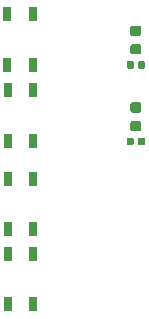
<source format=gbr>
G04 #@! TF.GenerationSoftware,KiCad,Pcbnew,(5.1.4)-1*
G04 #@! TF.CreationDate,2022-11-05T06:08:51+01:00*
G04 #@! TF.ProjectId,REG1-Front-Universal,52454731-2d46-4726-9f6e-742d556e6976,V00.01*
G04 #@! TF.SameCoordinates,Original*
G04 #@! TF.FileFunction,Paste,Top*
G04 #@! TF.FilePolarity,Positive*
%FSLAX46Y46*%
G04 Gerber Fmt 4.6, Leading zero omitted, Abs format (unit mm)*
G04 Created by KiCad (PCBNEW (5.1.4)-1) date 2022-11-05 06:08:51*
%MOMM*%
%LPD*%
G04 APERTURE LIST*
%ADD10C,0.100000*%
%ADD11C,0.875000*%
%ADD12R,0.650000X1.200000*%
%ADD13C,0.590000*%
G04 APERTURE END LIST*
D10*
G36*
X111777691Y-116526053D02*
G01*
X111798926Y-116529203D01*
X111819750Y-116534419D01*
X111839962Y-116541651D01*
X111859368Y-116550830D01*
X111877781Y-116561866D01*
X111895024Y-116574654D01*
X111910930Y-116589070D01*
X111925346Y-116604976D01*
X111938134Y-116622219D01*
X111949170Y-116640632D01*
X111958349Y-116660038D01*
X111965581Y-116680250D01*
X111970797Y-116701074D01*
X111973947Y-116722309D01*
X111975000Y-116743750D01*
X111975000Y-117181250D01*
X111973947Y-117202691D01*
X111970797Y-117223926D01*
X111965581Y-117244750D01*
X111958349Y-117264962D01*
X111949170Y-117284368D01*
X111938134Y-117302781D01*
X111925346Y-117320024D01*
X111910930Y-117335930D01*
X111895024Y-117350346D01*
X111877781Y-117363134D01*
X111859368Y-117374170D01*
X111839962Y-117383349D01*
X111819750Y-117390581D01*
X111798926Y-117395797D01*
X111777691Y-117398947D01*
X111756250Y-117400000D01*
X111243750Y-117400000D01*
X111222309Y-117398947D01*
X111201074Y-117395797D01*
X111180250Y-117390581D01*
X111160038Y-117383349D01*
X111140632Y-117374170D01*
X111122219Y-117363134D01*
X111104976Y-117350346D01*
X111089070Y-117335930D01*
X111074654Y-117320024D01*
X111061866Y-117302781D01*
X111050830Y-117284368D01*
X111041651Y-117264962D01*
X111034419Y-117244750D01*
X111029203Y-117223926D01*
X111026053Y-117202691D01*
X111025000Y-117181250D01*
X111025000Y-116743750D01*
X111026053Y-116722309D01*
X111029203Y-116701074D01*
X111034419Y-116680250D01*
X111041651Y-116660038D01*
X111050830Y-116640632D01*
X111061866Y-116622219D01*
X111074654Y-116604976D01*
X111089070Y-116589070D01*
X111104976Y-116574654D01*
X111122219Y-116561866D01*
X111140632Y-116550830D01*
X111160038Y-116541651D01*
X111180250Y-116534419D01*
X111201074Y-116529203D01*
X111222309Y-116526053D01*
X111243750Y-116525000D01*
X111756250Y-116525000D01*
X111777691Y-116526053D01*
X111777691Y-116526053D01*
G37*
D11*
X111500000Y-116962500D03*
D10*
G36*
X111777691Y-118101053D02*
G01*
X111798926Y-118104203D01*
X111819750Y-118109419D01*
X111839962Y-118116651D01*
X111859368Y-118125830D01*
X111877781Y-118136866D01*
X111895024Y-118149654D01*
X111910930Y-118164070D01*
X111925346Y-118179976D01*
X111938134Y-118197219D01*
X111949170Y-118215632D01*
X111958349Y-118235038D01*
X111965581Y-118255250D01*
X111970797Y-118276074D01*
X111973947Y-118297309D01*
X111975000Y-118318750D01*
X111975000Y-118756250D01*
X111973947Y-118777691D01*
X111970797Y-118798926D01*
X111965581Y-118819750D01*
X111958349Y-118839962D01*
X111949170Y-118859368D01*
X111938134Y-118877781D01*
X111925346Y-118895024D01*
X111910930Y-118910930D01*
X111895024Y-118925346D01*
X111877781Y-118938134D01*
X111859368Y-118949170D01*
X111839962Y-118958349D01*
X111819750Y-118965581D01*
X111798926Y-118970797D01*
X111777691Y-118973947D01*
X111756250Y-118975000D01*
X111243750Y-118975000D01*
X111222309Y-118973947D01*
X111201074Y-118970797D01*
X111180250Y-118965581D01*
X111160038Y-118958349D01*
X111140632Y-118949170D01*
X111122219Y-118938134D01*
X111104976Y-118925346D01*
X111089070Y-118910930D01*
X111074654Y-118895024D01*
X111061866Y-118877781D01*
X111050830Y-118859368D01*
X111041651Y-118839962D01*
X111034419Y-118819750D01*
X111029203Y-118798926D01*
X111026053Y-118777691D01*
X111025000Y-118756250D01*
X111025000Y-118318750D01*
X111026053Y-118297309D01*
X111029203Y-118276074D01*
X111034419Y-118255250D01*
X111041651Y-118235038D01*
X111050830Y-118215632D01*
X111061866Y-118197219D01*
X111074654Y-118179976D01*
X111089070Y-118164070D01*
X111104976Y-118149654D01*
X111122219Y-118136866D01*
X111140632Y-118125830D01*
X111160038Y-118116651D01*
X111180250Y-118109419D01*
X111201074Y-118104203D01*
X111222309Y-118101053D01*
X111243750Y-118100000D01*
X111756250Y-118100000D01*
X111777691Y-118101053D01*
X111777691Y-118101053D01*
G37*
D11*
X111500000Y-118537500D03*
D10*
G36*
X111777691Y-123026053D02*
G01*
X111798926Y-123029203D01*
X111819750Y-123034419D01*
X111839962Y-123041651D01*
X111859368Y-123050830D01*
X111877781Y-123061866D01*
X111895024Y-123074654D01*
X111910930Y-123089070D01*
X111925346Y-123104976D01*
X111938134Y-123122219D01*
X111949170Y-123140632D01*
X111958349Y-123160038D01*
X111965581Y-123180250D01*
X111970797Y-123201074D01*
X111973947Y-123222309D01*
X111975000Y-123243750D01*
X111975000Y-123681250D01*
X111973947Y-123702691D01*
X111970797Y-123723926D01*
X111965581Y-123744750D01*
X111958349Y-123764962D01*
X111949170Y-123784368D01*
X111938134Y-123802781D01*
X111925346Y-123820024D01*
X111910930Y-123835930D01*
X111895024Y-123850346D01*
X111877781Y-123863134D01*
X111859368Y-123874170D01*
X111839962Y-123883349D01*
X111819750Y-123890581D01*
X111798926Y-123895797D01*
X111777691Y-123898947D01*
X111756250Y-123900000D01*
X111243750Y-123900000D01*
X111222309Y-123898947D01*
X111201074Y-123895797D01*
X111180250Y-123890581D01*
X111160038Y-123883349D01*
X111140632Y-123874170D01*
X111122219Y-123863134D01*
X111104976Y-123850346D01*
X111089070Y-123835930D01*
X111074654Y-123820024D01*
X111061866Y-123802781D01*
X111050830Y-123784368D01*
X111041651Y-123764962D01*
X111034419Y-123744750D01*
X111029203Y-123723926D01*
X111026053Y-123702691D01*
X111025000Y-123681250D01*
X111025000Y-123243750D01*
X111026053Y-123222309D01*
X111029203Y-123201074D01*
X111034419Y-123180250D01*
X111041651Y-123160038D01*
X111050830Y-123140632D01*
X111061866Y-123122219D01*
X111074654Y-123104976D01*
X111089070Y-123089070D01*
X111104976Y-123074654D01*
X111122219Y-123061866D01*
X111140632Y-123050830D01*
X111160038Y-123041651D01*
X111180250Y-123034419D01*
X111201074Y-123029203D01*
X111222309Y-123026053D01*
X111243750Y-123025000D01*
X111756250Y-123025000D01*
X111777691Y-123026053D01*
X111777691Y-123026053D01*
G37*
D11*
X111500000Y-123462500D03*
D10*
G36*
X111777691Y-124601053D02*
G01*
X111798926Y-124604203D01*
X111819750Y-124609419D01*
X111839962Y-124616651D01*
X111859368Y-124625830D01*
X111877781Y-124636866D01*
X111895024Y-124649654D01*
X111910930Y-124664070D01*
X111925346Y-124679976D01*
X111938134Y-124697219D01*
X111949170Y-124715632D01*
X111958349Y-124735038D01*
X111965581Y-124755250D01*
X111970797Y-124776074D01*
X111973947Y-124797309D01*
X111975000Y-124818750D01*
X111975000Y-125256250D01*
X111973947Y-125277691D01*
X111970797Y-125298926D01*
X111965581Y-125319750D01*
X111958349Y-125339962D01*
X111949170Y-125359368D01*
X111938134Y-125377781D01*
X111925346Y-125395024D01*
X111910930Y-125410930D01*
X111895024Y-125425346D01*
X111877781Y-125438134D01*
X111859368Y-125449170D01*
X111839962Y-125458349D01*
X111819750Y-125465581D01*
X111798926Y-125470797D01*
X111777691Y-125473947D01*
X111756250Y-125475000D01*
X111243750Y-125475000D01*
X111222309Y-125473947D01*
X111201074Y-125470797D01*
X111180250Y-125465581D01*
X111160038Y-125458349D01*
X111140632Y-125449170D01*
X111122219Y-125438134D01*
X111104976Y-125425346D01*
X111089070Y-125410930D01*
X111074654Y-125395024D01*
X111061866Y-125377781D01*
X111050830Y-125359368D01*
X111041651Y-125339962D01*
X111034419Y-125319750D01*
X111029203Y-125298926D01*
X111026053Y-125277691D01*
X111025000Y-125256250D01*
X111025000Y-124818750D01*
X111026053Y-124797309D01*
X111029203Y-124776074D01*
X111034419Y-124755250D01*
X111041651Y-124735038D01*
X111050830Y-124715632D01*
X111061866Y-124697219D01*
X111074654Y-124679976D01*
X111089070Y-124664070D01*
X111104976Y-124649654D01*
X111122219Y-124636866D01*
X111140632Y-124625830D01*
X111160038Y-124616651D01*
X111180250Y-124609419D01*
X111201074Y-124604203D01*
X111222309Y-124601053D01*
X111243750Y-124600000D01*
X111756250Y-124600000D01*
X111777691Y-124601053D01*
X111777691Y-124601053D01*
G37*
D11*
X111500000Y-125037500D03*
D12*
X100650000Y-135825000D03*
X102800000Y-135825000D03*
X100650000Y-140125000D03*
X102800000Y-140125000D03*
X100645000Y-129480000D03*
X102795000Y-129480000D03*
X100645000Y-133780000D03*
X102795000Y-133780000D03*
X100635000Y-122010000D03*
X102785000Y-122010000D03*
X100635000Y-126310000D03*
X102785000Y-126310000D03*
D10*
G36*
X111176958Y-126030710D02*
G01*
X111191276Y-126032834D01*
X111205317Y-126036351D01*
X111218946Y-126041228D01*
X111232031Y-126047417D01*
X111244447Y-126054858D01*
X111256073Y-126063481D01*
X111266798Y-126073202D01*
X111276519Y-126083927D01*
X111285142Y-126095553D01*
X111292583Y-126107969D01*
X111298772Y-126121054D01*
X111303649Y-126134683D01*
X111307166Y-126148724D01*
X111309290Y-126163042D01*
X111310000Y-126177500D01*
X111310000Y-126522500D01*
X111309290Y-126536958D01*
X111307166Y-126551276D01*
X111303649Y-126565317D01*
X111298772Y-126578946D01*
X111292583Y-126592031D01*
X111285142Y-126604447D01*
X111276519Y-126616073D01*
X111266798Y-126626798D01*
X111256073Y-126636519D01*
X111244447Y-126645142D01*
X111232031Y-126652583D01*
X111218946Y-126658772D01*
X111205317Y-126663649D01*
X111191276Y-126667166D01*
X111176958Y-126669290D01*
X111162500Y-126670000D01*
X110867500Y-126670000D01*
X110853042Y-126669290D01*
X110838724Y-126667166D01*
X110824683Y-126663649D01*
X110811054Y-126658772D01*
X110797969Y-126652583D01*
X110785553Y-126645142D01*
X110773927Y-126636519D01*
X110763202Y-126626798D01*
X110753481Y-126616073D01*
X110744858Y-126604447D01*
X110737417Y-126592031D01*
X110731228Y-126578946D01*
X110726351Y-126565317D01*
X110722834Y-126551276D01*
X110720710Y-126536958D01*
X110720000Y-126522500D01*
X110720000Y-126177500D01*
X110720710Y-126163042D01*
X110722834Y-126148724D01*
X110726351Y-126134683D01*
X110731228Y-126121054D01*
X110737417Y-126107969D01*
X110744858Y-126095553D01*
X110753481Y-126083927D01*
X110763202Y-126073202D01*
X110773927Y-126063481D01*
X110785553Y-126054858D01*
X110797969Y-126047417D01*
X110811054Y-126041228D01*
X110824683Y-126036351D01*
X110838724Y-126032834D01*
X110853042Y-126030710D01*
X110867500Y-126030000D01*
X111162500Y-126030000D01*
X111176958Y-126030710D01*
X111176958Y-126030710D01*
G37*
D13*
X111015000Y-126350000D03*
D10*
G36*
X112146958Y-126030710D02*
G01*
X112161276Y-126032834D01*
X112175317Y-126036351D01*
X112188946Y-126041228D01*
X112202031Y-126047417D01*
X112214447Y-126054858D01*
X112226073Y-126063481D01*
X112236798Y-126073202D01*
X112246519Y-126083927D01*
X112255142Y-126095553D01*
X112262583Y-126107969D01*
X112268772Y-126121054D01*
X112273649Y-126134683D01*
X112277166Y-126148724D01*
X112279290Y-126163042D01*
X112280000Y-126177500D01*
X112280000Y-126522500D01*
X112279290Y-126536958D01*
X112277166Y-126551276D01*
X112273649Y-126565317D01*
X112268772Y-126578946D01*
X112262583Y-126592031D01*
X112255142Y-126604447D01*
X112246519Y-126616073D01*
X112236798Y-126626798D01*
X112226073Y-126636519D01*
X112214447Y-126645142D01*
X112202031Y-126652583D01*
X112188946Y-126658772D01*
X112175317Y-126663649D01*
X112161276Y-126667166D01*
X112146958Y-126669290D01*
X112132500Y-126670000D01*
X111837500Y-126670000D01*
X111823042Y-126669290D01*
X111808724Y-126667166D01*
X111794683Y-126663649D01*
X111781054Y-126658772D01*
X111767969Y-126652583D01*
X111755553Y-126645142D01*
X111743927Y-126636519D01*
X111733202Y-126626798D01*
X111723481Y-126616073D01*
X111714858Y-126604447D01*
X111707417Y-126592031D01*
X111701228Y-126578946D01*
X111696351Y-126565317D01*
X111692834Y-126551276D01*
X111690710Y-126536958D01*
X111690000Y-126522500D01*
X111690000Y-126177500D01*
X111690710Y-126163042D01*
X111692834Y-126148724D01*
X111696351Y-126134683D01*
X111701228Y-126121054D01*
X111707417Y-126107969D01*
X111714858Y-126095553D01*
X111723481Y-126083927D01*
X111733202Y-126073202D01*
X111743927Y-126063481D01*
X111755553Y-126054858D01*
X111767969Y-126047417D01*
X111781054Y-126041228D01*
X111794683Y-126036351D01*
X111808724Y-126032834D01*
X111823042Y-126030710D01*
X111837500Y-126030000D01*
X112132500Y-126030000D01*
X112146958Y-126030710D01*
X112146958Y-126030710D01*
G37*
D13*
X111985000Y-126350000D03*
D10*
G36*
X111176958Y-119530710D02*
G01*
X111191276Y-119532834D01*
X111205317Y-119536351D01*
X111218946Y-119541228D01*
X111232031Y-119547417D01*
X111244447Y-119554858D01*
X111256073Y-119563481D01*
X111266798Y-119573202D01*
X111276519Y-119583927D01*
X111285142Y-119595553D01*
X111292583Y-119607969D01*
X111298772Y-119621054D01*
X111303649Y-119634683D01*
X111307166Y-119648724D01*
X111309290Y-119663042D01*
X111310000Y-119677500D01*
X111310000Y-120022500D01*
X111309290Y-120036958D01*
X111307166Y-120051276D01*
X111303649Y-120065317D01*
X111298772Y-120078946D01*
X111292583Y-120092031D01*
X111285142Y-120104447D01*
X111276519Y-120116073D01*
X111266798Y-120126798D01*
X111256073Y-120136519D01*
X111244447Y-120145142D01*
X111232031Y-120152583D01*
X111218946Y-120158772D01*
X111205317Y-120163649D01*
X111191276Y-120167166D01*
X111176958Y-120169290D01*
X111162500Y-120170000D01*
X110867500Y-120170000D01*
X110853042Y-120169290D01*
X110838724Y-120167166D01*
X110824683Y-120163649D01*
X110811054Y-120158772D01*
X110797969Y-120152583D01*
X110785553Y-120145142D01*
X110773927Y-120136519D01*
X110763202Y-120126798D01*
X110753481Y-120116073D01*
X110744858Y-120104447D01*
X110737417Y-120092031D01*
X110731228Y-120078946D01*
X110726351Y-120065317D01*
X110722834Y-120051276D01*
X110720710Y-120036958D01*
X110720000Y-120022500D01*
X110720000Y-119677500D01*
X110720710Y-119663042D01*
X110722834Y-119648724D01*
X110726351Y-119634683D01*
X110731228Y-119621054D01*
X110737417Y-119607969D01*
X110744858Y-119595553D01*
X110753481Y-119583927D01*
X110763202Y-119573202D01*
X110773927Y-119563481D01*
X110785553Y-119554858D01*
X110797969Y-119547417D01*
X110811054Y-119541228D01*
X110824683Y-119536351D01*
X110838724Y-119532834D01*
X110853042Y-119530710D01*
X110867500Y-119530000D01*
X111162500Y-119530000D01*
X111176958Y-119530710D01*
X111176958Y-119530710D01*
G37*
D13*
X111015000Y-119850000D03*
D10*
G36*
X112146958Y-119530710D02*
G01*
X112161276Y-119532834D01*
X112175317Y-119536351D01*
X112188946Y-119541228D01*
X112202031Y-119547417D01*
X112214447Y-119554858D01*
X112226073Y-119563481D01*
X112236798Y-119573202D01*
X112246519Y-119583927D01*
X112255142Y-119595553D01*
X112262583Y-119607969D01*
X112268772Y-119621054D01*
X112273649Y-119634683D01*
X112277166Y-119648724D01*
X112279290Y-119663042D01*
X112280000Y-119677500D01*
X112280000Y-120022500D01*
X112279290Y-120036958D01*
X112277166Y-120051276D01*
X112273649Y-120065317D01*
X112268772Y-120078946D01*
X112262583Y-120092031D01*
X112255142Y-120104447D01*
X112246519Y-120116073D01*
X112236798Y-120126798D01*
X112226073Y-120136519D01*
X112214447Y-120145142D01*
X112202031Y-120152583D01*
X112188946Y-120158772D01*
X112175317Y-120163649D01*
X112161276Y-120167166D01*
X112146958Y-120169290D01*
X112132500Y-120170000D01*
X111837500Y-120170000D01*
X111823042Y-120169290D01*
X111808724Y-120167166D01*
X111794683Y-120163649D01*
X111781054Y-120158772D01*
X111767969Y-120152583D01*
X111755553Y-120145142D01*
X111743927Y-120136519D01*
X111733202Y-120126798D01*
X111723481Y-120116073D01*
X111714858Y-120104447D01*
X111707417Y-120092031D01*
X111701228Y-120078946D01*
X111696351Y-120065317D01*
X111692834Y-120051276D01*
X111690710Y-120036958D01*
X111690000Y-120022500D01*
X111690000Y-119677500D01*
X111690710Y-119663042D01*
X111692834Y-119648724D01*
X111696351Y-119634683D01*
X111701228Y-119621054D01*
X111707417Y-119607969D01*
X111714858Y-119595553D01*
X111723481Y-119583927D01*
X111733202Y-119573202D01*
X111743927Y-119563481D01*
X111755553Y-119554858D01*
X111767969Y-119547417D01*
X111781054Y-119541228D01*
X111794683Y-119536351D01*
X111808724Y-119532834D01*
X111823042Y-119530710D01*
X111837500Y-119530000D01*
X112132500Y-119530000D01*
X112146958Y-119530710D01*
X112146958Y-119530710D01*
G37*
D13*
X111985000Y-119850000D03*
D12*
X100625000Y-115550000D03*
X102775000Y-115550000D03*
X100625000Y-119850000D03*
X102775000Y-119850000D03*
M02*

</source>
